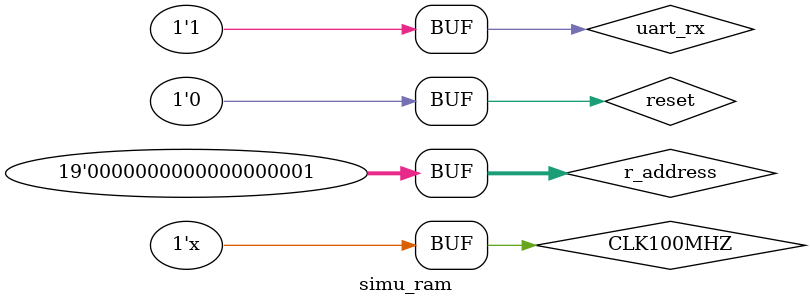
<source format=sv>
`timescale 1ns / 100ps


module simu_ram(
    );
    
    logic CLK100MHZ, reset;
    logic uart_rx;
    logic [18:0] r_address;
    logic [1:0] done;
    logic [17:0] rgb;
    
    logic [15:0] cnt;
    logic pix_stb;
    
    always #5 CLK100MHZ = ~CLK100MHZ;
    
    initial begin
        CLK100MHZ = 1'b0;
        reset = 1'b0;
        uart_rx = 1'b1;
        cnt = 16'b0;
        r_address = 19'b0;
        #5;
        reset = 1'b1;
        #15
        reset = 1'b0;
        #10;
        
        uart_rx = 1'b0;//start bit
        #1000;
        uart_rx = 1'b1;
        #1000;
        uart_rx = 1'b0;
        #1000;
        uart_rx = 1'b1;
        #1000;
        uart_rx = 1'b1;
        #1000;
        uart_rx = 1'b0;
        #1000;
        uart_rx = 1'b1;
        #1000;
        uart_rx = 1'b0;
        #1000;
        uart_rx = 1'b0;
        #1000;
        uart_rx = 1'b0; // end bit
        #1000;
        uart_rx = 1'b1;
        #1200;
         
        uart_rx = 1'b0;//start bit
        #1000;
        uart_rx = 1'b0;
        #1000;
        uart_rx = 1'b1;
        #1000;
        uart_rx = 1'b1;
        #1000;
        uart_rx = 1'b1;
        #1000;
        uart_rx = 1'b0;
        #1000;
        uart_rx = 1'b0;
        #1000;
        uart_rx = 1'b1;
        #1000;
        uart_rx = 1'b1;
        #1000;
        uart_rx = 1'b0; // end bit
        #1000;
        uart_rx = 1'b1;
        #1500;  
          
        uart_rx = 1'b0;//start bit
        #1000;
        uart_rx = 1'b0;
        #1000;
        uart_rx = 1'b1;
        #1000;
        uart_rx = 1'b0;
        #1000;
        uart_rx = 1'b1;
        #1000;
        uart_rx = 1'b0;
        #1000;
        uart_rx = 1'b1;
        #1000;
        uart_rx = 1'b0;
        #1000;
        uart_rx = 1'b1;
        #1000;
        uart_rx = 1'b0; // end bit
        #1000;
        uart_rx = 1'b1;
        #1200; 
        
        uart_rx = 1'b0;//start bit
        #1000;
        uart_rx = 1'b1;
        #1000;
        uart_rx = 1'b0;
        #1000;
        uart_rx = 1'b1;
        #1000;
        uart_rx = 1'b0;
        #1000;
        uart_rx = 1'b1;
        #1000;
        uart_rx = 1'b0;
        #1000;
        uart_rx = 1'b1;
        #1000;
        uart_rx = 1'b0;
        #1000;
        uart_rx = 1'b0; // end bit
        #1000;
        uart_rx = 1'b1;
        #1200; 
          
        uart_rx = 1'b0;//start bit
        #1000;
        uart_rx = 1'b1;
        #1000;
        uart_rx = 1'b1;
        #1000;
        uart_rx = 1'b1;
        #1000;
        uart_rx = 1'b1;
        #1000;
        uart_rx = 1'b0;
        #1000;
        uart_rx = 1'b1;
        #1000;
        uart_rx = 1'b1;
        #1000;
        uart_rx = 1'b1;
        #1000;
        uart_rx = 1'b0; // end bit
        #1000;
        uart_rx = 1'b1;
        #1200; 
          
        uart_rx = 1'b0;//start bit
        #1000;
        uart_rx = 1'b0;
        #1000;
        uart_rx = 1'b0;
        #1000;
        uart_rx = 1'b0;
        #1000;
        uart_rx = 1'b1;
        #1000;
        uart_rx = 1'b0;
        #1000;
        uart_rx = 1'b0;
        #1000;
        uart_rx = 1'b0;
        #1000;
        uart_rx = 1'b0;
        #1000;
        uart_rx = 1'b0; // end bit
        #1000;
        uart_rx = 1'b1;
        #1200; 
        
        r_address = 19'd1;
        
    end
    
     //generate a 25 MHz pixel strobe
    always @(posedge CLK100MHZ)
        {pix_stb, cnt} <= cnt + 16'h4000;  // divide by 4: (2^16)/4 = 0x4000
  
  
    PictureMemory instance_name(
        .clk(CLK100MHZ),         // 1 bit Input: base clock (BRAM side A)
        .reset(reset),       // 1 bit Input: reset
        .uart_rx(uart_rx),     // 1 bit Input: receive serial
        .pixel_clk(pix_stb),   // 1 bit Input: pixel clock (BRAM side B)
        .r_address(r_address[18:0]),   // 19 bits Input: BRAM side B reading address
        .rgb(rgb[17:0]),          // 18 bits Output: pixel 6x3 bit colour data
        .done(done[1:0])
    );
    
endmodule

</source>
